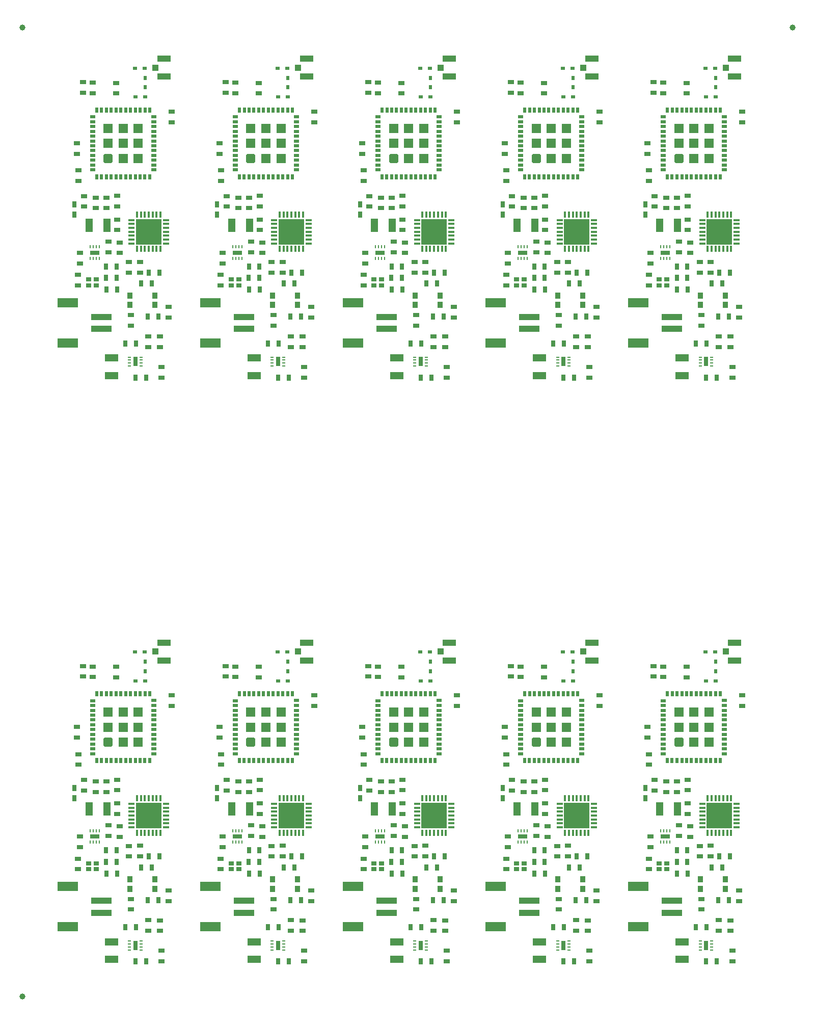
<source format=gtp>
G04*
G04 #@! TF.GenerationSoftware,Altium Limited,Altium Designer,18.1.9 (240)*
G04*
G04 Layer_Color=8421504*
%FSAX25Y25*%
%MOIN*%
G70*
G01*
G75*
%ADD10C,0.03937*%
%ADD13R,0.03937X0.03150*%
%ADD14R,0.03150X0.03937*%
%ADD15R,0.13386X0.05906*%
%ADD16R,0.13386X0.03937*%
%ADD17R,0.01968X0.00984*%
%ADD18R,0.02717X0.06496*%
%ADD19R,0.03543X0.03937*%
%ADD20R,0.08661X0.05118*%
%ADD21R,0.08661X0.04134*%
%ADD22R,0.03937X0.03937*%
%ADD23R,0.03150X0.02362*%
%ADD24R,0.02362X0.03150*%
%ADD25R,0.05118X0.08661*%
%ADD26R,0.06496X0.02717*%
%ADD27R,0.00984X0.01968*%
%ADD28R,0.03937X0.01457*%
%ADD29R,0.01457X0.03937*%
%ADD30R,0.16732X0.16732*%
%ADD31R,0.03445X0.03051*%
G04:AMPARAMS|DCode=34|XSize=59.06mil|YSize=59.06mil|CornerRadius=5.91mil|HoleSize=0mil|Usage=FLASHONLY|Rotation=90.000|XOffset=0mil|YOffset=0mil|HoleType=Round|Shape=RoundedRectangle|*
%AMROUNDEDRECTD34*
21,1,0.05906,0.04724,0,0,90.0*
21,1,0.04724,0.05906,0,0,90.0*
1,1,0.01181,0.02362,0.02362*
1,1,0.01181,0.02362,-0.02362*
1,1,0.01181,-0.02362,-0.02362*
1,1,0.01181,-0.02362,0.02362*
%
%ADD34ROUNDEDRECTD34*%
%ADD35R,0.05906X0.05906*%
%ADD36R,0.03150X0.03937*%
%ADD59R,0.03740X0.01929*%
%ADD60R,0.01968X0.03780*%
%ADD61R,0.01968X0.03780*%
%ADD62R,0.01929X0.03740*%
%ADD63R,0.01929X0.03740*%
%ADD64R,0.01968X0.03780*%
%ADD65R,0.01968X0.03780*%
D10*
X1273622Y0976378D02*
D03*
X0769685D02*
D03*
Y0342520D02*
D03*
D13*
X1179827Y0494182D02*
D03*
Y0501057D02*
D03*
X1234197Y0372440D02*
D03*
Y0365565D02*
D03*
X1178803Y0518818D02*
D03*
Y0511942D02*
D03*
X1240772Y0539526D02*
D03*
Y0532651D02*
D03*
X1238606Y0411810D02*
D03*
Y0404935D02*
D03*
X1232937Y0392361D02*
D03*
Y0385486D02*
D03*
X1225496Y0385600D02*
D03*
Y0392475D02*
D03*
X1205181Y0462017D02*
D03*
Y0468892D02*
D03*
X1214039Y0399458D02*
D03*
Y0406333D02*
D03*
X1188961Y0551505D02*
D03*
Y0558380D02*
D03*
X1182622Y0551860D02*
D03*
Y0558735D02*
D03*
X1206638Y0453936D02*
D03*
Y0447061D02*
D03*
X1183410Y0477332D02*
D03*
Y0484207D02*
D03*
X1204433Y0558245D02*
D03*
Y0551370D02*
D03*
X1205181Y0477550D02*
D03*
Y0484425D02*
D03*
X1191008Y0483245D02*
D03*
Y0476370D02*
D03*
X1198094Y0483245D02*
D03*
Y0476370D02*
D03*
X1220142Y0434243D02*
D03*
Y0441118D02*
D03*
X1212898Y0434204D02*
D03*
Y0441079D02*
D03*
X1179551Y0425857D02*
D03*
Y0432732D02*
D03*
X1180732Y0447181D02*
D03*
Y0440306D02*
D03*
X1199394Y0454465D02*
D03*
Y0447590D02*
D03*
X1179827Y0875957D02*
D03*
Y0882832D02*
D03*
X1234197Y0754214D02*
D03*
Y0747339D02*
D03*
X1178803Y0900592D02*
D03*
Y0893717D02*
D03*
X1240772Y0921301D02*
D03*
Y0914426D02*
D03*
X1238606Y0793584D02*
D03*
Y0786709D02*
D03*
X1232937Y0774135D02*
D03*
Y0767261D02*
D03*
X1225496Y0767374D02*
D03*
Y0774249D02*
D03*
X1205181Y0843792D02*
D03*
Y0850667D02*
D03*
X1214039Y0781233D02*
D03*
Y0788108D02*
D03*
X1188961Y0933280D02*
D03*
Y0940155D02*
D03*
X1182622Y0933634D02*
D03*
Y0940509D02*
D03*
X1206638Y0835710D02*
D03*
Y0828835D02*
D03*
X1183410Y0859107D02*
D03*
Y0865982D02*
D03*
X1204433Y0940020D02*
D03*
Y0933145D02*
D03*
X1205181Y0859325D02*
D03*
Y0866200D02*
D03*
X1191008Y0865020D02*
D03*
Y0858145D02*
D03*
X1198094Y0865020D02*
D03*
Y0858145D02*
D03*
X1220142Y0816018D02*
D03*
Y0822893D02*
D03*
X1212898Y0815978D02*
D03*
Y0822853D02*
D03*
X1179551Y0807632D02*
D03*
Y0814507D02*
D03*
X1180732Y0828956D02*
D03*
Y0822081D02*
D03*
X1199394Y0836239D02*
D03*
Y0829364D02*
D03*
X1086477Y0494182D02*
D03*
Y0501057D02*
D03*
X1140847Y0372440D02*
D03*
Y0365565D02*
D03*
X1085454Y0518818D02*
D03*
Y0511942D02*
D03*
X1147422Y0539526D02*
D03*
Y0532651D02*
D03*
X1145257Y0411810D02*
D03*
Y0404935D02*
D03*
X1139588Y0392361D02*
D03*
Y0385486D02*
D03*
X1132147Y0385600D02*
D03*
Y0392475D02*
D03*
X1111832Y0462017D02*
D03*
Y0468892D02*
D03*
X1120690Y0399458D02*
D03*
Y0406333D02*
D03*
X1095611Y0551505D02*
D03*
Y0558380D02*
D03*
X1089273Y0551860D02*
D03*
Y0558735D02*
D03*
X1113288Y0453936D02*
D03*
Y0447061D02*
D03*
X1090060Y0477332D02*
D03*
Y0484207D02*
D03*
X1111084Y0558245D02*
D03*
Y0551370D02*
D03*
X1111832Y0477550D02*
D03*
Y0484425D02*
D03*
X1097659Y0483245D02*
D03*
Y0476370D02*
D03*
X1104745Y0483245D02*
D03*
Y0476370D02*
D03*
X1126792Y0434243D02*
D03*
Y0441118D02*
D03*
X1119548Y0434204D02*
D03*
Y0441079D02*
D03*
X1086202Y0425857D02*
D03*
Y0432732D02*
D03*
X1087383Y0447181D02*
D03*
Y0440306D02*
D03*
X1106044Y0454465D02*
D03*
Y0447590D02*
D03*
X1086477Y0875957D02*
D03*
Y0882832D02*
D03*
X1140847Y0754214D02*
D03*
Y0747339D02*
D03*
X1085454Y0900592D02*
D03*
Y0893717D02*
D03*
X1147422Y0921301D02*
D03*
Y0914426D02*
D03*
X1145257Y0793584D02*
D03*
Y0786709D02*
D03*
X1139588Y0774135D02*
D03*
Y0767261D02*
D03*
X1132147Y0767374D02*
D03*
Y0774249D02*
D03*
X1111832Y0843792D02*
D03*
Y0850667D02*
D03*
X1120690Y0781233D02*
D03*
Y0788108D02*
D03*
X1095611Y0933280D02*
D03*
Y0940155D02*
D03*
X1089273Y0933634D02*
D03*
Y0940509D02*
D03*
X1113288Y0835710D02*
D03*
Y0828835D02*
D03*
X1090060Y0859107D02*
D03*
Y0865982D02*
D03*
X1111084Y0940020D02*
D03*
Y0933145D02*
D03*
X1111832Y0859325D02*
D03*
Y0866200D02*
D03*
X1097659Y0865020D02*
D03*
Y0858145D02*
D03*
X1104745Y0865020D02*
D03*
Y0858145D02*
D03*
X1126792Y0816018D02*
D03*
Y0822893D02*
D03*
X1119548Y0815978D02*
D03*
Y0822853D02*
D03*
X1086202Y0807632D02*
D03*
Y0814507D02*
D03*
X1087383Y0828956D02*
D03*
Y0822081D02*
D03*
X1106044Y0836239D02*
D03*
Y0829364D02*
D03*
X0993128Y0494182D02*
D03*
Y0501057D02*
D03*
X1047498Y0372440D02*
D03*
Y0365565D02*
D03*
X0992104Y0518818D02*
D03*
Y0511942D02*
D03*
X1054073Y0539526D02*
D03*
Y0532651D02*
D03*
X1051907Y0411810D02*
D03*
Y0404935D02*
D03*
X1046238Y0392361D02*
D03*
Y0385486D02*
D03*
X1038797Y0385600D02*
D03*
Y0392475D02*
D03*
X1018482Y0462017D02*
D03*
Y0468892D02*
D03*
X1027341Y0399458D02*
D03*
Y0406333D02*
D03*
X1002262Y0551505D02*
D03*
Y0558380D02*
D03*
X0995923Y0551860D02*
D03*
Y0558735D02*
D03*
X1019939Y0453936D02*
D03*
Y0447061D02*
D03*
X0996711Y0477332D02*
D03*
Y0484207D02*
D03*
X1017734Y0558245D02*
D03*
Y0551370D02*
D03*
X1018482Y0477550D02*
D03*
Y0484425D02*
D03*
X1004309Y0483245D02*
D03*
Y0476370D02*
D03*
X1011396Y0483245D02*
D03*
Y0476370D02*
D03*
X1033443Y0434243D02*
D03*
Y0441118D02*
D03*
X1026199Y0434204D02*
D03*
Y0441079D02*
D03*
X0992852Y0425857D02*
D03*
Y0432732D02*
D03*
X0994033Y0447181D02*
D03*
Y0440306D02*
D03*
X1012695Y0454465D02*
D03*
Y0447590D02*
D03*
X0993128Y0875957D02*
D03*
Y0882832D02*
D03*
X1047498Y0754214D02*
D03*
Y0747339D02*
D03*
X0992104Y0900592D02*
D03*
Y0893717D02*
D03*
X1054073Y0921301D02*
D03*
Y0914426D02*
D03*
X1051907Y0793584D02*
D03*
Y0786709D02*
D03*
X1046238Y0774135D02*
D03*
Y0767261D02*
D03*
X1038797Y0767374D02*
D03*
Y0774249D02*
D03*
X1018482Y0843792D02*
D03*
Y0850667D02*
D03*
X1027341Y0781233D02*
D03*
Y0788108D02*
D03*
X1002262Y0933280D02*
D03*
Y0940155D02*
D03*
X0995923Y0933634D02*
D03*
Y0940509D02*
D03*
X1019939Y0835710D02*
D03*
Y0828835D02*
D03*
X0996711Y0859107D02*
D03*
Y0865982D02*
D03*
X1017734Y0940020D02*
D03*
Y0933145D02*
D03*
X1018482Y0859325D02*
D03*
Y0866200D02*
D03*
X1004309Y0865020D02*
D03*
Y0858145D02*
D03*
X1011396Y0865020D02*
D03*
Y0858145D02*
D03*
X1033443Y0816018D02*
D03*
Y0822893D02*
D03*
X1026199Y0815978D02*
D03*
Y0822853D02*
D03*
X0992852Y0807632D02*
D03*
Y0814507D02*
D03*
X0994033Y0828956D02*
D03*
Y0822081D02*
D03*
X1012695Y0836239D02*
D03*
Y0829364D02*
D03*
X0899778Y0494182D02*
D03*
Y0501057D02*
D03*
X0954148Y0372440D02*
D03*
Y0365565D02*
D03*
X0898755Y0518818D02*
D03*
Y0511942D02*
D03*
X0960723Y0539526D02*
D03*
Y0532651D02*
D03*
X0958558Y0411810D02*
D03*
Y0404935D02*
D03*
X0952889Y0392361D02*
D03*
Y0385486D02*
D03*
X0945448Y0385600D02*
D03*
Y0392475D02*
D03*
X0925133Y0462017D02*
D03*
Y0468892D02*
D03*
X0933991Y0399458D02*
D03*
Y0406333D02*
D03*
X0908912Y0551505D02*
D03*
Y0558380D02*
D03*
X0902574Y0551860D02*
D03*
Y0558735D02*
D03*
X0926589Y0453936D02*
D03*
Y0447061D02*
D03*
X0903361Y0477332D02*
D03*
Y0484207D02*
D03*
X0924385Y0558245D02*
D03*
Y0551370D02*
D03*
X0925133Y0477550D02*
D03*
Y0484425D02*
D03*
X0910960Y0483245D02*
D03*
Y0476370D02*
D03*
X0918046Y0483245D02*
D03*
Y0476370D02*
D03*
X0940093Y0434243D02*
D03*
Y0441118D02*
D03*
X0932849Y0434204D02*
D03*
Y0441079D02*
D03*
X0899503Y0425857D02*
D03*
Y0432732D02*
D03*
X0900684Y0447181D02*
D03*
Y0440306D02*
D03*
X0919345Y0454465D02*
D03*
Y0447590D02*
D03*
X0899778Y0875957D02*
D03*
Y0882832D02*
D03*
X0954148Y0754214D02*
D03*
Y0747339D02*
D03*
X0898755Y0900592D02*
D03*
Y0893717D02*
D03*
X0960723Y0921301D02*
D03*
Y0914426D02*
D03*
X0958558Y0793584D02*
D03*
Y0786709D02*
D03*
X0952889Y0774135D02*
D03*
Y0767261D02*
D03*
X0945448Y0767374D02*
D03*
Y0774249D02*
D03*
X0925133Y0843792D02*
D03*
Y0850667D02*
D03*
X0933991Y0781233D02*
D03*
Y0788108D02*
D03*
X0908912Y0933280D02*
D03*
Y0940155D02*
D03*
X0902574Y0933634D02*
D03*
Y0940509D02*
D03*
X0926589Y0835710D02*
D03*
Y0828835D02*
D03*
X0903361Y0859107D02*
D03*
Y0865982D02*
D03*
X0924385Y0940020D02*
D03*
Y0933145D02*
D03*
X0925133Y0859325D02*
D03*
Y0866200D02*
D03*
X0910960Y0865020D02*
D03*
Y0858145D02*
D03*
X0918046Y0865020D02*
D03*
Y0858145D02*
D03*
X0940093Y0816018D02*
D03*
Y0822893D02*
D03*
X0932849Y0815978D02*
D03*
Y0822853D02*
D03*
X0899503Y0807632D02*
D03*
Y0814507D02*
D03*
X0900684Y0828956D02*
D03*
Y0822081D02*
D03*
X0919345Y0836239D02*
D03*
Y0829364D02*
D03*
X0806429Y0494182D02*
D03*
Y0501057D02*
D03*
X0860799Y0372440D02*
D03*
Y0365565D02*
D03*
X0805405Y0518818D02*
D03*
Y0511942D02*
D03*
X0867374Y0539526D02*
D03*
Y0532651D02*
D03*
X0865209Y0411810D02*
D03*
Y0404935D02*
D03*
X0859539Y0392361D02*
D03*
Y0385486D02*
D03*
X0852098Y0385600D02*
D03*
Y0392475D02*
D03*
X0831783Y0462017D02*
D03*
Y0468892D02*
D03*
X0840642Y0399458D02*
D03*
Y0406333D02*
D03*
X0815563Y0551505D02*
D03*
Y0558380D02*
D03*
X0809224Y0551860D02*
D03*
Y0558735D02*
D03*
X0833240Y0453936D02*
D03*
Y0447061D02*
D03*
X0810012Y0477332D02*
D03*
Y0484207D02*
D03*
X0831035Y0558245D02*
D03*
Y0551370D02*
D03*
X0831783Y0477550D02*
D03*
Y0484425D02*
D03*
X0817610Y0483245D02*
D03*
Y0476370D02*
D03*
X0824697Y0483245D02*
D03*
Y0476370D02*
D03*
X0846744Y0434243D02*
D03*
Y0441118D02*
D03*
X0839500Y0434204D02*
D03*
Y0441079D02*
D03*
X0806153Y0425857D02*
D03*
Y0432732D02*
D03*
X0807335Y0447181D02*
D03*
Y0440306D02*
D03*
X0825996Y0454465D02*
D03*
Y0447590D02*
D03*
X0806429Y0875957D02*
D03*
Y0882832D02*
D03*
X0860799Y0754214D02*
D03*
Y0747339D02*
D03*
X0805405Y0900592D02*
D03*
Y0893717D02*
D03*
X0867374Y0921301D02*
D03*
Y0914426D02*
D03*
X0865209Y0793584D02*
D03*
Y0786709D02*
D03*
X0859539Y0774135D02*
D03*
Y0767261D02*
D03*
X0852098Y0767374D02*
D03*
Y0774249D02*
D03*
X0831783Y0843792D02*
D03*
Y0850667D02*
D03*
X0840642Y0781233D02*
D03*
Y0788108D02*
D03*
X0815563Y0933280D02*
D03*
Y0940155D02*
D03*
X0809224Y0933634D02*
D03*
Y0940509D02*
D03*
X0833240Y0835710D02*
D03*
Y0828835D02*
D03*
X0810012Y0859107D02*
D03*
Y0865982D02*
D03*
X0831035Y0940020D02*
D03*
Y0933145D02*
D03*
X0831783Y0859325D02*
D03*
Y0866200D02*
D03*
X0817610Y0865020D02*
D03*
Y0858145D02*
D03*
X0824697Y0865020D02*
D03*
Y0858145D02*
D03*
X0846744Y0816018D02*
D03*
Y0822893D02*
D03*
X0839500Y0815978D02*
D03*
Y0822853D02*
D03*
X0806153Y0807632D02*
D03*
Y0814507D02*
D03*
X0807335Y0828956D02*
D03*
Y0822081D02*
D03*
X0825996Y0836239D02*
D03*
Y0829364D02*
D03*
D14*
X1197903Y0438193D02*
D03*
X1204778D02*
D03*
X1204743Y0430752D02*
D03*
X1197868D02*
D03*
X1204997Y0422996D02*
D03*
X1198122D02*
D03*
X1227714Y0427012D02*
D03*
X1220839D02*
D03*
X1232044Y0405634D02*
D03*
X1225169D02*
D03*
X1232635Y0434138D02*
D03*
X1225760D02*
D03*
X1210483Y0387799D02*
D03*
X1217358D02*
D03*
X1223934Y0365634D02*
D03*
X1217059D02*
D03*
X1197903Y0819968D02*
D03*
X1204778D02*
D03*
X1204743Y0812527D02*
D03*
X1197868D02*
D03*
X1204997Y0804771D02*
D03*
X1198122D02*
D03*
X1227714Y0808786D02*
D03*
X1220839D02*
D03*
X1232044Y0787408D02*
D03*
X1225169D02*
D03*
X1232635Y0815912D02*
D03*
X1225760D02*
D03*
X1210483Y0769574D02*
D03*
X1217358D02*
D03*
X1223934Y0747408D02*
D03*
X1217059D02*
D03*
X1104554Y0438193D02*
D03*
X1111429D02*
D03*
X1111393Y0430752D02*
D03*
X1104518D02*
D03*
X1111648Y0422996D02*
D03*
X1104773D02*
D03*
X1134364Y0427012D02*
D03*
X1127489D02*
D03*
X1138695Y0405634D02*
D03*
X1131820D02*
D03*
X1139285Y0434138D02*
D03*
X1132410D02*
D03*
X1117134Y0387799D02*
D03*
X1124009D02*
D03*
X1130585Y0365634D02*
D03*
X1123710D02*
D03*
X1104554Y0819968D02*
D03*
X1111429D02*
D03*
X1111393Y0812527D02*
D03*
X1104518D02*
D03*
X1111648Y0804771D02*
D03*
X1104773D02*
D03*
X1134364Y0808786D02*
D03*
X1127489D02*
D03*
X1138695Y0787408D02*
D03*
X1131820D02*
D03*
X1139285Y0815912D02*
D03*
X1132410D02*
D03*
X1117134Y0769574D02*
D03*
X1124009D02*
D03*
X1130585Y0747408D02*
D03*
X1123710D02*
D03*
X1011204Y0438193D02*
D03*
X1018079D02*
D03*
X1018044Y0430752D02*
D03*
X1011169D02*
D03*
X1018298Y0422996D02*
D03*
X1011423D02*
D03*
X1041015Y0427012D02*
D03*
X1034140D02*
D03*
X1045345Y0405634D02*
D03*
X1038470D02*
D03*
X1045936Y0434138D02*
D03*
X1039061D02*
D03*
X1023784Y0387799D02*
D03*
X1030659D02*
D03*
X1037235Y0365634D02*
D03*
X1030360D02*
D03*
X1011204Y0819968D02*
D03*
X1018079D02*
D03*
X1018044Y0812527D02*
D03*
X1011169D02*
D03*
X1018298Y0804771D02*
D03*
X1011423D02*
D03*
X1041015Y0808786D02*
D03*
X1034140D02*
D03*
X1045345Y0787408D02*
D03*
X1038470D02*
D03*
X1045936Y0815912D02*
D03*
X1039061D02*
D03*
X1023784Y0769574D02*
D03*
X1030659D02*
D03*
X1037235Y0747408D02*
D03*
X1030360D02*
D03*
X0917855Y0438193D02*
D03*
X0924730D02*
D03*
X0924694Y0430752D02*
D03*
X0917819D02*
D03*
X0924949Y0422996D02*
D03*
X0918074D02*
D03*
X0947665Y0427012D02*
D03*
X0940790D02*
D03*
X0951996Y0405634D02*
D03*
X0945121D02*
D03*
X0952586Y0434138D02*
D03*
X0945712D02*
D03*
X0930435Y0387799D02*
D03*
X0937310D02*
D03*
X0943886Y0365634D02*
D03*
X0937011D02*
D03*
X0917855Y0819968D02*
D03*
X0924730D02*
D03*
X0924694Y0812527D02*
D03*
X0917819D02*
D03*
X0924949Y0804771D02*
D03*
X0918074D02*
D03*
X0947665Y0808786D02*
D03*
X0940790D02*
D03*
X0951996Y0787408D02*
D03*
X0945121D02*
D03*
X0952586Y0815912D02*
D03*
X0945712D02*
D03*
X0930435Y0769574D02*
D03*
X0937310D02*
D03*
X0943886Y0747408D02*
D03*
X0937011D02*
D03*
X0824505Y0438193D02*
D03*
X0831380D02*
D03*
X0831345Y0430752D02*
D03*
X0824470D02*
D03*
X0831599Y0422996D02*
D03*
X0824724D02*
D03*
X0854316Y0427012D02*
D03*
X0847441D02*
D03*
X0858646Y0405634D02*
D03*
X0851772D02*
D03*
X0859237Y0434138D02*
D03*
X0852362D02*
D03*
X0837086Y0387799D02*
D03*
X0843960D02*
D03*
X0850536Y0365634D02*
D03*
X0843661D02*
D03*
X0824505Y0819968D02*
D03*
X0831380D02*
D03*
X0831345Y0812527D02*
D03*
X0824470D02*
D03*
X0831599Y0804771D02*
D03*
X0824724D02*
D03*
X0854316Y0808786D02*
D03*
X0847441D02*
D03*
X0858646Y0787408D02*
D03*
X0851772D02*
D03*
X0859237Y0815912D02*
D03*
X0852362D02*
D03*
X0837086Y0769574D02*
D03*
X0843960D02*
D03*
X0850536Y0747408D02*
D03*
X0843661D02*
D03*
D15*
X1172779Y0414492D02*
D03*
X1172735Y0388229D02*
D03*
X1172779Y0796267D02*
D03*
X1172735Y0770004D02*
D03*
X1079430Y0414492D02*
D03*
X1079385Y0388229D02*
D03*
X1079430Y0796267D02*
D03*
X1079385Y0770004D02*
D03*
X0986081Y0414492D02*
D03*
X0986036Y0388229D02*
D03*
X0986081Y0796267D02*
D03*
X0986036Y0770004D02*
D03*
X0892731Y0414492D02*
D03*
X0892686Y0388229D02*
D03*
X0892731Y0796267D02*
D03*
X0892686Y0770004D02*
D03*
X0799382Y0414492D02*
D03*
X0799337Y0388229D02*
D03*
X0799382Y0796267D02*
D03*
X0799337Y0770004D02*
D03*
D16*
X1194831Y0397336D02*
D03*
X1194821Y0405249D02*
D03*
X1194831Y0779110D02*
D03*
X1194821Y0787023D02*
D03*
X1101481Y0397336D02*
D03*
X1101472Y0405249D02*
D03*
X1101481Y0779110D02*
D03*
X1101472Y0787023D02*
D03*
X1008132Y0397336D02*
D03*
X1008123Y0405249D02*
D03*
X1008132Y0779110D02*
D03*
X1008123Y0787023D02*
D03*
X0914782Y0397336D02*
D03*
X0914773Y0405249D02*
D03*
X0914782Y0779110D02*
D03*
X0914773Y0787023D02*
D03*
X0821433Y0397336D02*
D03*
X0821424Y0405249D02*
D03*
X0821433Y0779110D02*
D03*
X0821424Y0787023D02*
D03*
D17*
X1220693Y0373075D02*
D03*
Y0375043D02*
D03*
Y0377012D02*
D03*
Y0378980D02*
D03*
X1213213Y0373075D02*
D03*
Y0375043D02*
D03*
Y0377012D02*
D03*
Y0378980D02*
D03*
X1220693Y0754849D02*
D03*
Y0756818D02*
D03*
Y0758786D02*
D03*
Y0760755D02*
D03*
X1213213Y0754849D02*
D03*
Y0756818D02*
D03*
Y0758786D02*
D03*
Y0760755D02*
D03*
X1127343Y0373075D02*
D03*
Y0375043D02*
D03*
Y0377012D02*
D03*
Y0378980D02*
D03*
X1119863Y0373075D02*
D03*
Y0375043D02*
D03*
Y0377012D02*
D03*
Y0378980D02*
D03*
X1127343Y0754849D02*
D03*
Y0756818D02*
D03*
Y0758786D02*
D03*
Y0760755D02*
D03*
X1119863Y0754849D02*
D03*
Y0756818D02*
D03*
Y0758786D02*
D03*
Y0760755D02*
D03*
X1033994Y0373075D02*
D03*
Y0375043D02*
D03*
Y0377012D02*
D03*
Y0378980D02*
D03*
X1026514Y0373075D02*
D03*
Y0375043D02*
D03*
Y0377012D02*
D03*
Y0378980D02*
D03*
X1033994Y0754849D02*
D03*
Y0756818D02*
D03*
Y0758786D02*
D03*
Y0760755D02*
D03*
X1026514Y0754849D02*
D03*
Y0756818D02*
D03*
Y0758786D02*
D03*
Y0760755D02*
D03*
X0940645Y0373075D02*
D03*
Y0375043D02*
D03*
Y0377012D02*
D03*
Y0378980D02*
D03*
X0933164Y0373075D02*
D03*
Y0375043D02*
D03*
Y0377012D02*
D03*
Y0378980D02*
D03*
X0940645Y0754849D02*
D03*
Y0756818D02*
D03*
Y0758786D02*
D03*
Y0760755D02*
D03*
X0933164Y0754849D02*
D03*
Y0756818D02*
D03*
Y0758786D02*
D03*
Y0760755D02*
D03*
X0847295Y0373075D02*
D03*
Y0375043D02*
D03*
Y0377012D02*
D03*
Y0378980D02*
D03*
X0839815Y0373075D02*
D03*
Y0375043D02*
D03*
Y0377012D02*
D03*
Y0378980D02*
D03*
X0847295Y0754849D02*
D03*
Y0756818D02*
D03*
Y0758786D02*
D03*
Y0760755D02*
D03*
X0839815Y0754849D02*
D03*
Y0756818D02*
D03*
Y0758786D02*
D03*
Y0760755D02*
D03*
D18*
X1216953Y0376028D02*
D03*
Y0757802D02*
D03*
X1123603Y0376028D02*
D03*
Y0757802D02*
D03*
X1030254Y0376028D02*
D03*
Y0757802D02*
D03*
X0936904Y0376028D02*
D03*
Y0757802D02*
D03*
X0843555Y0376028D02*
D03*
Y0757802D02*
D03*
D19*
X1229638Y0412996D02*
D03*
X1213496D02*
D03*
Y0419295D02*
D03*
X1229638D02*
D03*
Y0794771D02*
D03*
X1213496D02*
D03*
Y0801070D02*
D03*
X1229638D02*
D03*
X1136288Y0412996D02*
D03*
X1120147D02*
D03*
Y0419295D02*
D03*
X1136288D02*
D03*
Y0794771D02*
D03*
X1120147D02*
D03*
Y0801070D02*
D03*
X1136288D02*
D03*
X1042939Y0412996D02*
D03*
X1026797D02*
D03*
Y0419295D02*
D03*
X1042939D02*
D03*
Y0794771D02*
D03*
X1026797D02*
D03*
Y0801070D02*
D03*
X1042939D02*
D03*
X0949590Y0412996D02*
D03*
X0933448D02*
D03*
Y0419295D02*
D03*
X0949590D02*
D03*
Y0794771D02*
D03*
X0933448D02*
D03*
Y0801070D02*
D03*
X0949590D02*
D03*
X0856240Y0412996D02*
D03*
X0840098D02*
D03*
Y0419295D02*
D03*
X0856240D02*
D03*
Y0794771D02*
D03*
X0840098D02*
D03*
Y0801070D02*
D03*
X0856240D02*
D03*
D20*
X1201402Y0366776D02*
D03*
Y0378429D02*
D03*
Y0748550D02*
D03*
Y0760204D02*
D03*
X1108052Y0366776D02*
D03*
Y0378429D02*
D03*
Y0748550D02*
D03*
Y0760204D02*
D03*
X1014703Y0366776D02*
D03*
Y0378429D02*
D03*
Y0748550D02*
D03*
Y0760204D02*
D03*
X0921353Y0366776D02*
D03*
Y0378429D02*
D03*
Y0748550D02*
D03*
Y0760204D02*
D03*
X0828004Y0366776D02*
D03*
Y0378429D02*
D03*
Y0748550D02*
D03*
Y0760204D02*
D03*
D21*
X1235839Y0574039D02*
D03*
Y0562425D02*
D03*
Y0955814D02*
D03*
Y0944200D02*
D03*
X1142489Y0574039D02*
D03*
Y0562425D02*
D03*
Y0955814D02*
D03*
Y0944200D02*
D03*
X1049140Y0574039D02*
D03*
Y0562425D02*
D03*
Y0955814D02*
D03*
Y0944200D02*
D03*
X0955790Y0574039D02*
D03*
Y0562425D02*
D03*
Y0955814D02*
D03*
Y0944200D02*
D03*
X0862441Y0574039D02*
D03*
Y0562425D02*
D03*
Y0955814D02*
D03*
Y0944200D02*
D03*
D22*
X1229933Y0568232D02*
D03*
Y0950007D02*
D03*
X1136584Y0568232D02*
D03*
Y0950007D02*
D03*
X1043234Y0568232D02*
D03*
Y0950007D02*
D03*
X0949885Y0568232D02*
D03*
Y0950007D02*
D03*
X0856535Y0568232D02*
D03*
Y0950007D02*
D03*
D23*
X1223094Y0567957D02*
D03*
X1216835D02*
D03*
X1223331Y0549098D02*
D03*
X1217071D02*
D03*
X1223094Y0949731D02*
D03*
X1216835D02*
D03*
X1223331Y0930873D02*
D03*
X1217071D02*
D03*
X1129745Y0567957D02*
D03*
X1123485D02*
D03*
X1129981Y0549098D02*
D03*
X1123721D02*
D03*
X1129745Y0949731D02*
D03*
X1123485D02*
D03*
X1129981Y0930873D02*
D03*
X1123721D02*
D03*
X1036396Y0567957D02*
D03*
X1030136D02*
D03*
X1036632Y0549098D02*
D03*
X1030372D02*
D03*
X1036396Y0949731D02*
D03*
X1030136D02*
D03*
X1036632Y0930873D02*
D03*
X1030372D02*
D03*
X0943046Y0567957D02*
D03*
X0936786D02*
D03*
X0943282Y0549098D02*
D03*
X0937022D02*
D03*
X0943046Y0949731D02*
D03*
X0936786D02*
D03*
X0943282Y0930873D02*
D03*
X0937022D02*
D03*
X0849697Y0567957D02*
D03*
X0843437D02*
D03*
X0849933Y0549098D02*
D03*
X0843673D02*
D03*
X0849697Y0949731D02*
D03*
X0843437D02*
D03*
X0849933Y0930873D02*
D03*
X0843673D02*
D03*
D24*
X1223409Y0561618D02*
D03*
Y0555358D02*
D03*
Y0943393D02*
D03*
Y0937133D02*
D03*
X1130060Y0561618D02*
D03*
Y0555358D02*
D03*
Y0943393D02*
D03*
Y0937133D02*
D03*
X1036711Y0561618D02*
D03*
Y0555358D02*
D03*
Y0943393D02*
D03*
Y0937133D02*
D03*
X0943361Y0561618D02*
D03*
Y0555358D02*
D03*
Y0943393D02*
D03*
Y0937133D02*
D03*
X0850012Y0561618D02*
D03*
Y0555358D02*
D03*
Y0943393D02*
D03*
Y0937133D02*
D03*
D25*
X1198331Y0465240D02*
D03*
X1186677D02*
D03*
X1198331Y0847015D02*
D03*
X1186677D02*
D03*
X1104981Y0465240D02*
D03*
X1093328D02*
D03*
X1104981Y0847015D02*
D03*
X1093328D02*
D03*
X1011632Y0465240D02*
D03*
X0999978D02*
D03*
X1011632Y0847015D02*
D03*
X0999978D02*
D03*
X0918282Y0465240D02*
D03*
X0906629D02*
D03*
X0918282Y0847015D02*
D03*
X0906629D02*
D03*
X0824933Y0465240D02*
D03*
X0813279D02*
D03*
X0824933Y0847015D02*
D03*
X0813279D02*
D03*
D26*
X1190378Y0447327D02*
D03*
Y0829101D02*
D03*
X1097029Y0447327D02*
D03*
Y0829101D02*
D03*
X1003679Y0447327D02*
D03*
Y0829101D02*
D03*
X0910330Y0447327D02*
D03*
Y0829101D02*
D03*
X0816980Y0447327D02*
D03*
Y0829101D02*
D03*
D27*
X1193331Y0451067D02*
D03*
X1191362D02*
D03*
X1189394D02*
D03*
X1187425D02*
D03*
X1193331Y0443587D02*
D03*
X1191362D02*
D03*
X1189394D02*
D03*
X1187425D02*
D03*
X1193331Y0832842D02*
D03*
X1191362D02*
D03*
X1189394D02*
D03*
X1187425D02*
D03*
X1193331Y0825361D02*
D03*
X1191362D02*
D03*
X1189394D02*
D03*
X1187425D02*
D03*
X1099981Y0451067D02*
D03*
X1098013D02*
D03*
X1096044D02*
D03*
X1094076D02*
D03*
X1099981Y0443587D02*
D03*
X1098013D02*
D03*
X1096044D02*
D03*
X1094076D02*
D03*
X1099981Y0832842D02*
D03*
X1098013D02*
D03*
X1096044D02*
D03*
X1094076D02*
D03*
X1099981Y0825361D02*
D03*
X1098013D02*
D03*
X1096044D02*
D03*
X1094076D02*
D03*
X1006632Y0451067D02*
D03*
X1004663D02*
D03*
X1002695D02*
D03*
X1000726D02*
D03*
X1006632Y0443587D02*
D03*
X1004663D02*
D03*
X1002695D02*
D03*
X1000726D02*
D03*
X1006632Y0832842D02*
D03*
X1004663D02*
D03*
X1002695D02*
D03*
X1000726D02*
D03*
X1006632Y0825361D02*
D03*
X1004663D02*
D03*
X1002695D02*
D03*
X1000726D02*
D03*
X0913282Y0451067D02*
D03*
X0911314D02*
D03*
X0909345D02*
D03*
X0907377D02*
D03*
X0913282Y0443587D02*
D03*
X0911314D02*
D03*
X0909345D02*
D03*
X0907377D02*
D03*
X0913282Y0832842D02*
D03*
X0911314D02*
D03*
X0909345D02*
D03*
X0907377D02*
D03*
X0913282Y0825361D02*
D03*
X0911314D02*
D03*
X0909345D02*
D03*
X0907377D02*
D03*
X0819933Y0451067D02*
D03*
X0817964D02*
D03*
X0815996D02*
D03*
X0814027D02*
D03*
X0819933Y0443587D02*
D03*
X0817964D02*
D03*
X0815996D02*
D03*
X0814027D02*
D03*
X0819933Y0832842D02*
D03*
X0817964D02*
D03*
X0815996D02*
D03*
X0814027D02*
D03*
X0819933Y0825361D02*
D03*
X0817964D02*
D03*
X0815996D02*
D03*
X0814027D02*
D03*
D28*
X1214551Y0468587D02*
D03*
Y0466028D02*
D03*
Y0463469D02*
D03*
Y0460910D02*
D03*
Y0458350D02*
D03*
Y0455791D02*
D03*
Y0453232D02*
D03*
X1236992D02*
D03*
Y0455791D02*
D03*
Y0458350D02*
D03*
Y0460910D02*
D03*
Y0463469D02*
D03*
Y0466028D02*
D03*
Y0468587D02*
D03*
X1214551Y0850361D02*
D03*
Y0847802D02*
D03*
Y0845243D02*
D03*
Y0842684D02*
D03*
Y0840125D02*
D03*
Y0837566D02*
D03*
Y0835007D02*
D03*
X1236992D02*
D03*
Y0837566D02*
D03*
Y0840125D02*
D03*
Y0842684D02*
D03*
Y0845243D02*
D03*
Y0847802D02*
D03*
Y0850361D02*
D03*
X1121202Y0468587D02*
D03*
Y0466028D02*
D03*
Y0463469D02*
D03*
Y0460910D02*
D03*
Y0458350D02*
D03*
Y0455791D02*
D03*
Y0453232D02*
D03*
X1143643D02*
D03*
Y0455791D02*
D03*
Y0458350D02*
D03*
Y0460910D02*
D03*
Y0463469D02*
D03*
Y0466028D02*
D03*
Y0468587D02*
D03*
X1121202Y0850361D02*
D03*
Y0847802D02*
D03*
Y0845243D02*
D03*
Y0842684D02*
D03*
Y0840125D02*
D03*
Y0837566D02*
D03*
Y0835007D02*
D03*
X1143643D02*
D03*
Y0837566D02*
D03*
Y0840125D02*
D03*
Y0842684D02*
D03*
Y0845243D02*
D03*
Y0847802D02*
D03*
Y0850361D02*
D03*
X1027852Y0468587D02*
D03*
Y0466028D02*
D03*
Y0463469D02*
D03*
Y0460910D02*
D03*
Y0458350D02*
D03*
Y0455791D02*
D03*
Y0453232D02*
D03*
X1050293D02*
D03*
Y0455791D02*
D03*
Y0458350D02*
D03*
Y0460910D02*
D03*
Y0463469D02*
D03*
Y0466028D02*
D03*
Y0468587D02*
D03*
X1027852Y0850361D02*
D03*
Y0847802D02*
D03*
Y0845243D02*
D03*
Y0842684D02*
D03*
Y0840125D02*
D03*
Y0837566D02*
D03*
Y0835007D02*
D03*
X1050293D02*
D03*
Y0837566D02*
D03*
Y0840125D02*
D03*
Y0842684D02*
D03*
Y0845243D02*
D03*
Y0847802D02*
D03*
Y0850361D02*
D03*
X0934503Y0468587D02*
D03*
Y0466028D02*
D03*
Y0463469D02*
D03*
Y0460910D02*
D03*
Y0458350D02*
D03*
Y0455791D02*
D03*
Y0453232D02*
D03*
X0956944D02*
D03*
Y0455791D02*
D03*
Y0458350D02*
D03*
Y0460910D02*
D03*
Y0463469D02*
D03*
Y0466028D02*
D03*
Y0468587D02*
D03*
X0934503Y0850361D02*
D03*
Y0847802D02*
D03*
Y0845243D02*
D03*
Y0842684D02*
D03*
Y0840125D02*
D03*
Y0837566D02*
D03*
Y0835007D02*
D03*
X0956944D02*
D03*
Y0837566D02*
D03*
Y0840125D02*
D03*
Y0842684D02*
D03*
Y0845243D02*
D03*
Y0847802D02*
D03*
Y0850361D02*
D03*
X0841153Y0468587D02*
D03*
Y0466028D02*
D03*
Y0463469D02*
D03*
Y0460910D02*
D03*
Y0458350D02*
D03*
Y0455791D02*
D03*
Y0453232D02*
D03*
X0863594D02*
D03*
Y0455791D02*
D03*
Y0458350D02*
D03*
Y0460910D02*
D03*
Y0463469D02*
D03*
Y0466028D02*
D03*
Y0468587D02*
D03*
X0841153Y0850361D02*
D03*
Y0847802D02*
D03*
Y0845243D02*
D03*
Y0842684D02*
D03*
Y0840125D02*
D03*
Y0837566D02*
D03*
Y0835007D02*
D03*
X0863594D02*
D03*
Y0837566D02*
D03*
Y0840125D02*
D03*
Y0842684D02*
D03*
Y0845243D02*
D03*
Y0847802D02*
D03*
Y0850361D02*
D03*
D29*
X1218095Y0449689D02*
D03*
X1220654D02*
D03*
X1223213D02*
D03*
X1225772D02*
D03*
X1228331D02*
D03*
X1230890D02*
D03*
X1233449D02*
D03*
Y0472130D02*
D03*
X1230890D02*
D03*
X1228331D02*
D03*
X1225772D02*
D03*
X1223213D02*
D03*
X1220654D02*
D03*
X1218095D02*
D03*
Y0831464D02*
D03*
X1220654D02*
D03*
X1223213D02*
D03*
X1225772D02*
D03*
X1228331D02*
D03*
X1230890D02*
D03*
X1233449D02*
D03*
Y0853905D02*
D03*
X1230890D02*
D03*
X1228331D02*
D03*
X1225772D02*
D03*
X1223213D02*
D03*
X1220654D02*
D03*
X1218095D02*
D03*
X1124745Y0449689D02*
D03*
X1127304D02*
D03*
X1129863D02*
D03*
X1132422D02*
D03*
X1134981D02*
D03*
X1137540D02*
D03*
X1140099D02*
D03*
Y0472130D02*
D03*
X1137540D02*
D03*
X1134981D02*
D03*
X1132422D02*
D03*
X1129863D02*
D03*
X1127304D02*
D03*
X1124745D02*
D03*
Y0831464D02*
D03*
X1127304D02*
D03*
X1129863D02*
D03*
X1132422D02*
D03*
X1134981D02*
D03*
X1137540D02*
D03*
X1140099D02*
D03*
Y0853905D02*
D03*
X1137540D02*
D03*
X1134981D02*
D03*
X1132422D02*
D03*
X1129863D02*
D03*
X1127304D02*
D03*
X1124745D02*
D03*
X1031396Y0449689D02*
D03*
X1033955D02*
D03*
X1036514D02*
D03*
X1039073D02*
D03*
X1041632D02*
D03*
X1044191D02*
D03*
X1046750D02*
D03*
Y0472130D02*
D03*
X1044191D02*
D03*
X1041632D02*
D03*
X1039073D02*
D03*
X1036514D02*
D03*
X1033955D02*
D03*
X1031396D02*
D03*
Y0831464D02*
D03*
X1033955D02*
D03*
X1036514D02*
D03*
X1039073D02*
D03*
X1041632D02*
D03*
X1044191D02*
D03*
X1046750D02*
D03*
Y0853905D02*
D03*
X1044191D02*
D03*
X1041632D02*
D03*
X1039073D02*
D03*
X1036514D02*
D03*
X1033955D02*
D03*
X1031396D02*
D03*
X0938046Y0449689D02*
D03*
X0940605D02*
D03*
X0943164D02*
D03*
X0945723D02*
D03*
X0948282D02*
D03*
X0950841D02*
D03*
X0953401D02*
D03*
Y0472130D02*
D03*
X0950841D02*
D03*
X0948282D02*
D03*
X0945723D02*
D03*
X0943164D02*
D03*
X0940605D02*
D03*
X0938046D02*
D03*
Y0831464D02*
D03*
X0940605D02*
D03*
X0943164D02*
D03*
X0945723D02*
D03*
X0948282D02*
D03*
X0950841D02*
D03*
X0953401D02*
D03*
Y0853905D02*
D03*
X0950841D02*
D03*
X0948282D02*
D03*
X0945723D02*
D03*
X0943164D02*
D03*
X0940605D02*
D03*
X0938046D02*
D03*
X0844697Y0449689D02*
D03*
X0847256D02*
D03*
X0849815D02*
D03*
X0852374D02*
D03*
X0854933D02*
D03*
X0857492D02*
D03*
X0860051D02*
D03*
Y0472130D02*
D03*
X0857492D02*
D03*
X0854933D02*
D03*
X0852374D02*
D03*
X0849815D02*
D03*
X0847256D02*
D03*
X0844697D02*
D03*
Y0831464D02*
D03*
X0847256D02*
D03*
X0849815D02*
D03*
X0852374D02*
D03*
X0854933D02*
D03*
X0857492D02*
D03*
X0860051D02*
D03*
Y0853905D02*
D03*
X0857492D02*
D03*
X0854933D02*
D03*
X0852374D02*
D03*
X0849815D02*
D03*
X0847256D02*
D03*
X0844697D02*
D03*
D30*
X1225772Y0460910D02*
D03*
Y0842684D02*
D03*
X1132422Y0460910D02*
D03*
Y0842684D02*
D03*
X1039073Y0460910D02*
D03*
Y0842684D02*
D03*
X0945723Y0460910D02*
D03*
Y0842684D02*
D03*
X0852374Y0460910D02*
D03*
Y0842684D02*
D03*
D31*
X1186480Y0429748D02*
D03*
X1191500D02*
D03*
X1186480Y0425910D02*
D03*
X1191500D02*
D03*
X1186480Y0811523D02*
D03*
X1191500D02*
D03*
X1186480Y0807684D02*
D03*
X1191500D02*
D03*
X1093131Y0429748D02*
D03*
X1098151D02*
D03*
X1093131Y0425910D02*
D03*
X1098151D02*
D03*
X1093131Y0811523D02*
D03*
X1098151D02*
D03*
X1093131Y0807684D02*
D03*
X1098151D02*
D03*
X0999781Y0429748D02*
D03*
X1004801D02*
D03*
X0999781Y0425910D02*
D03*
X1004801D02*
D03*
X0999781Y0811523D02*
D03*
X1004801D02*
D03*
X0999781Y0807684D02*
D03*
X1004801D02*
D03*
X0906432Y0429748D02*
D03*
X0911452D02*
D03*
X0906432Y0425910D02*
D03*
X0911452D02*
D03*
X0906432Y0811523D02*
D03*
X0911452D02*
D03*
X0906432Y0807684D02*
D03*
X0911452D02*
D03*
X0813083Y0429748D02*
D03*
X0818102D02*
D03*
X0813083Y0425910D02*
D03*
X0818102D02*
D03*
X0813083Y0811523D02*
D03*
X0818102D02*
D03*
X0813083Y0807684D02*
D03*
X0818102D02*
D03*
D34*
X1199217Y0508909D02*
D03*
Y0890684D02*
D03*
X1105867Y0508909D02*
D03*
Y0890684D02*
D03*
X1012518Y0508909D02*
D03*
Y0890684D02*
D03*
X0919168Y0508909D02*
D03*
Y0890684D02*
D03*
X0825819Y0508909D02*
D03*
Y0890684D02*
D03*
D35*
X1199217Y0518752D02*
D03*
X1199217Y0528594D02*
D03*
X1209059Y0508910D02*
D03*
Y0518752D02*
D03*
Y0528594D02*
D03*
X1218902Y0508811D02*
D03*
Y0518752D02*
D03*
Y0528594D02*
D03*
X1199217Y0900527D02*
D03*
X1199217Y0910369D02*
D03*
X1209059Y0890684D02*
D03*
Y0900527D02*
D03*
Y0910369D02*
D03*
X1218902Y0890586D02*
D03*
Y0900527D02*
D03*
Y0910369D02*
D03*
X1105867Y0518752D02*
D03*
X1105867Y0528594D02*
D03*
X1115710Y0508910D02*
D03*
Y0518752D02*
D03*
Y0528594D02*
D03*
X1125552Y0508811D02*
D03*
Y0518752D02*
D03*
Y0528594D02*
D03*
X1105867Y0900527D02*
D03*
X1105867Y0910369D02*
D03*
X1115710Y0890684D02*
D03*
Y0900527D02*
D03*
Y0910369D02*
D03*
X1125552Y0890586D02*
D03*
Y0900527D02*
D03*
Y0910369D02*
D03*
X1012518Y0518752D02*
D03*
X1012518Y0528594D02*
D03*
X1022360Y0508910D02*
D03*
Y0518752D02*
D03*
Y0528594D02*
D03*
X1032203Y0508811D02*
D03*
Y0518752D02*
D03*
Y0528594D02*
D03*
X1012518Y0900527D02*
D03*
X1012518Y0910369D02*
D03*
X1022360Y0890684D02*
D03*
Y0900527D02*
D03*
Y0910369D02*
D03*
X1032203Y0890586D02*
D03*
Y0900527D02*
D03*
Y0910369D02*
D03*
X0919168Y0518752D02*
D03*
X0919168Y0528594D02*
D03*
X0929011Y0508910D02*
D03*
Y0518752D02*
D03*
Y0528594D02*
D03*
X0938853Y0508811D02*
D03*
Y0518752D02*
D03*
Y0528594D02*
D03*
X0919168Y0900527D02*
D03*
X0919168Y0910369D02*
D03*
X0929011Y0890684D02*
D03*
Y0900527D02*
D03*
Y0910369D02*
D03*
X0938853Y0890586D02*
D03*
Y0900527D02*
D03*
Y0910369D02*
D03*
X0825819Y0518752D02*
D03*
X0825819Y0528594D02*
D03*
X0835661Y0508910D02*
D03*
Y0518752D02*
D03*
Y0528594D02*
D03*
X0845504Y0508811D02*
D03*
Y0518752D02*
D03*
Y0528594D02*
D03*
X0825819Y0900527D02*
D03*
X0825819Y0910369D02*
D03*
X0835661Y0890684D02*
D03*
Y0900527D02*
D03*
Y0910369D02*
D03*
X0845504Y0890586D02*
D03*
Y0900527D02*
D03*
Y0910369D02*
D03*
D36*
X1177228Y0478941D02*
D03*
Y0472248D02*
D03*
Y0860716D02*
D03*
Y0854023D02*
D03*
X1083879Y0478941D02*
D03*
Y0472248D02*
D03*
Y0860716D02*
D03*
Y0854023D02*
D03*
X0990530Y0478941D02*
D03*
Y0472248D02*
D03*
Y0860716D02*
D03*
Y0854023D02*
D03*
X0897180Y0478941D02*
D03*
Y0472248D02*
D03*
Y0860716D02*
D03*
Y0854023D02*
D03*
X0803831Y0478941D02*
D03*
Y0472248D02*
D03*
Y0860716D02*
D03*
Y0854023D02*
D03*
D59*
X1189020Y0536087D02*
D03*
Y0532898D02*
D03*
Y0529748D02*
D03*
Y0526598D02*
D03*
Y0523449D02*
D03*
Y0520299D02*
D03*
Y0517150D02*
D03*
Y0514039D02*
D03*
Y0510890D02*
D03*
Y0507740D02*
D03*
Y0504591D02*
D03*
X1189059Y0501402D02*
D03*
X1229059Y0536244D02*
D03*
X1229059Y0532937D02*
D03*
Y0529748D02*
D03*
X1229059Y0526598D02*
D03*
Y0523449D02*
D03*
Y0520299D02*
D03*
X1229059Y0517150D02*
D03*
X1229059Y0514000D02*
D03*
X1229059Y0510890D02*
D03*
X1229059Y0507740D02*
D03*
Y0504551D02*
D03*
Y0501402D02*
D03*
X1189020Y0917861D02*
D03*
Y0914672D02*
D03*
Y0911523D02*
D03*
Y0908373D02*
D03*
Y0905223D02*
D03*
Y0902074D02*
D03*
Y0898924D02*
D03*
Y0895814D02*
D03*
Y0892664D02*
D03*
Y0889515D02*
D03*
Y0886365D02*
D03*
X1189059Y0883176D02*
D03*
X1229059Y0918019D02*
D03*
X1229059Y0914712D02*
D03*
Y0911523D02*
D03*
X1229059Y0908373D02*
D03*
Y0905223D02*
D03*
Y0902074D02*
D03*
X1229059Y0898924D02*
D03*
X1229059Y0895775D02*
D03*
X1229059Y0892664D02*
D03*
X1229059Y0889515D02*
D03*
Y0886326D02*
D03*
Y0883176D02*
D03*
X1095670Y0536087D02*
D03*
Y0532898D02*
D03*
Y0529748D02*
D03*
X1095670Y0526598D02*
D03*
X1095670Y0523449D02*
D03*
Y0520299D02*
D03*
X1095670Y0517150D02*
D03*
X1095670Y0514039D02*
D03*
X1095670Y0510890D02*
D03*
X1095670Y0507740D02*
D03*
Y0504591D02*
D03*
X1095710Y0501402D02*
D03*
X1135710Y0536244D02*
D03*
Y0532937D02*
D03*
Y0529748D02*
D03*
Y0526598D02*
D03*
Y0523449D02*
D03*
Y0520299D02*
D03*
Y0517150D02*
D03*
Y0514000D02*
D03*
Y0510890D02*
D03*
Y0507740D02*
D03*
Y0504551D02*
D03*
Y0501402D02*
D03*
X1095670Y0917861D02*
D03*
Y0914672D02*
D03*
Y0911523D02*
D03*
X1095670Y0908373D02*
D03*
X1095670Y0905223D02*
D03*
Y0902074D02*
D03*
X1095670Y0898924D02*
D03*
X1095670Y0895814D02*
D03*
X1095670Y0892664D02*
D03*
X1095670Y0889515D02*
D03*
Y0886365D02*
D03*
X1095710Y0883176D02*
D03*
X1135710Y0918019D02*
D03*
Y0914712D02*
D03*
Y0911523D02*
D03*
Y0908373D02*
D03*
Y0905223D02*
D03*
Y0902074D02*
D03*
Y0898924D02*
D03*
Y0895775D02*
D03*
Y0892664D02*
D03*
Y0889515D02*
D03*
Y0886326D02*
D03*
Y0883176D02*
D03*
X1002321Y0536087D02*
D03*
Y0532898D02*
D03*
Y0529748D02*
D03*
Y0526598D02*
D03*
Y0523449D02*
D03*
Y0520299D02*
D03*
Y0517150D02*
D03*
Y0514039D02*
D03*
Y0510890D02*
D03*
Y0507740D02*
D03*
Y0504591D02*
D03*
X1002360Y0501402D02*
D03*
X1042360Y0536244D02*
D03*
X1042360Y0532937D02*
D03*
Y0529748D02*
D03*
X1042360Y0526598D02*
D03*
Y0523449D02*
D03*
Y0520299D02*
D03*
X1042360Y0517150D02*
D03*
X1042360Y0514000D02*
D03*
X1042360Y0510890D02*
D03*
X1042360Y0507740D02*
D03*
Y0504551D02*
D03*
Y0501402D02*
D03*
X1002321Y0917861D02*
D03*
Y0914672D02*
D03*
Y0911523D02*
D03*
Y0908373D02*
D03*
Y0905223D02*
D03*
Y0902074D02*
D03*
Y0898924D02*
D03*
Y0895814D02*
D03*
Y0892664D02*
D03*
Y0889515D02*
D03*
Y0886365D02*
D03*
X1002360Y0883176D02*
D03*
X1042360Y0918019D02*
D03*
X1042360Y0914712D02*
D03*
Y0911523D02*
D03*
X1042360Y0908373D02*
D03*
Y0905223D02*
D03*
Y0902074D02*
D03*
X1042360Y0898924D02*
D03*
X1042360Y0895775D02*
D03*
X1042360Y0892664D02*
D03*
X1042360Y0889515D02*
D03*
Y0886326D02*
D03*
Y0883176D02*
D03*
X0908971Y0536087D02*
D03*
Y0532898D02*
D03*
Y0529748D02*
D03*
X0908971Y0526598D02*
D03*
X0908971Y0523449D02*
D03*
Y0520299D02*
D03*
X0908971Y0517150D02*
D03*
X0908971Y0514039D02*
D03*
X0908971Y0510890D02*
D03*
X0908971Y0507740D02*
D03*
Y0504591D02*
D03*
X0909011Y0501402D02*
D03*
X0949011Y0536244D02*
D03*
Y0532937D02*
D03*
Y0529748D02*
D03*
Y0526598D02*
D03*
Y0523449D02*
D03*
Y0520299D02*
D03*
Y0517150D02*
D03*
Y0514000D02*
D03*
Y0510890D02*
D03*
Y0507740D02*
D03*
Y0504551D02*
D03*
Y0501402D02*
D03*
X0908971Y0917861D02*
D03*
Y0914672D02*
D03*
Y0911523D02*
D03*
X0908971Y0908373D02*
D03*
X0908971Y0905223D02*
D03*
Y0902074D02*
D03*
X0908971Y0898924D02*
D03*
X0908971Y0895814D02*
D03*
X0908971Y0892664D02*
D03*
X0908971Y0889515D02*
D03*
Y0886365D02*
D03*
X0909011Y0883176D02*
D03*
X0949011Y0918019D02*
D03*
Y0914712D02*
D03*
Y0911523D02*
D03*
Y0908373D02*
D03*
Y0905223D02*
D03*
Y0902074D02*
D03*
Y0898924D02*
D03*
Y0895775D02*
D03*
Y0892664D02*
D03*
Y0889515D02*
D03*
Y0886326D02*
D03*
Y0883176D02*
D03*
X0815622Y0536087D02*
D03*
Y0532898D02*
D03*
Y0529748D02*
D03*
Y0526598D02*
D03*
Y0523449D02*
D03*
Y0520299D02*
D03*
Y0517150D02*
D03*
Y0514039D02*
D03*
Y0510890D02*
D03*
Y0507740D02*
D03*
Y0504591D02*
D03*
X0815661Y0501402D02*
D03*
X0855661Y0536244D02*
D03*
X0855661Y0532937D02*
D03*
Y0529748D02*
D03*
X0855661Y0526598D02*
D03*
Y0523449D02*
D03*
Y0520299D02*
D03*
X0855661Y0517150D02*
D03*
X0855661Y0514000D02*
D03*
X0855661Y0510890D02*
D03*
X0855661Y0507740D02*
D03*
Y0504551D02*
D03*
Y0501402D02*
D03*
X0815622Y0917861D02*
D03*
Y0914672D02*
D03*
Y0911523D02*
D03*
Y0908373D02*
D03*
Y0905223D02*
D03*
Y0902074D02*
D03*
Y0898924D02*
D03*
Y0895814D02*
D03*
Y0892664D02*
D03*
Y0889515D02*
D03*
Y0886365D02*
D03*
X0815661Y0883176D02*
D03*
X0855661Y0918019D02*
D03*
X0855661Y0914712D02*
D03*
Y0911523D02*
D03*
X0855661Y0908373D02*
D03*
Y0905223D02*
D03*
Y0902074D02*
D03*
X0855661Y0898924D02*
D03*
X0855661Y0895775D02*
D03*
X0855661Y0892664D02*
D03*
X0855661Y0889515D02*
D03*
Y0886326D02*
D03*
Y0883176D02*
D03*
D60*
X1226402Y0540516D02*
D03*
X1216953D02*
D03*
X1207504D02*
D03*
X1204354D02*
D03*
X1198055D02*
D03*
X1191717Y0878747D02*
D03*
X1129902Y0540516D02*
D03*
X1126753D02*
D03*
X1120454D02*
D03*
X1117304D02*
D03*
X1107855D02*
D03*
X1101556D02*
D03*
X1098407D02*
D03*
X1039703D02*
D03*
X1030254D02*
D03*
X1020805D02*
D03*
X1017655D02*
D03*
X1011356D02*
D03*
X1005018Y0878747D02*
D03*
X0943204Y0540516D02*
D03*
X0940054D02*
D03*
X0933755D02*
D03*
X0930605D02*
D03*
X0921156D02*
D03*
X0914857D02*
D03*
X0911708D02*
D03*
X0853004D02*
D03*
X0843555D02*
D03*
X0834106D02*
D03*
X0830957D02*
D03*
X0824657D02*
D03*
X0818319Y0878747D02*
D03*
D61*
X1223252Y0540516D02*
D03*
X1220102D02*
D03*
X1213803D02*
D03*
X1210654D02*
D03*
X1201205D02*
D03*
X1194905D02*
D03*
X1191756D02*
D03*
X1133052D02*
D03*
X1123603D02*
D03*
X1114155D02*
D03*
X1111005D02*
D03*
X1104706D02*
D03*
X1098367Y0878747D02*
D03*
X1036553Y0540516D02*
D03*
X1033403D02*
D03*
X1027104D02*
D03*
X1023955D02*
D03*
X1014506D02*
D03*
X1008207D02*
D03*
X1005057D02*
D03*
X0946353D02*
D03*
X0936904D02*
D03*
X0927456D02*
D03*
X0924306D02*
D03*
X0918007D02*
D03*
X0911668Y0878747D02*
D03*
X0849854Y0540516D02*
D03*
X0846705D02*
D03*
X0840405D02*
D03*
X0837256D02*
D03*
X0827807D02*
D03*
X0821508D02*
D03*
X0818358D02*
D03*
D62*
X1226382Y0496953D02*
D03*
X1223232D02*
D03*
X1220083D02*
D03*
X1216933D02*
D03*
X1213783D02*
D03*
X1210634D02*
D03*
X1207484D02*
D03*
X1204335D02*
D03*
X1198036D02*
D03*
X1194847D02*
D03*
X1226382Y0878727D02*
D03*
X1223232D02*
D03*
X1220083D02*
D03*
X1216933D02*
D03*
X1213783D02*
D03*
X1210634D02*
D03*
X1207484D02*
D03*
X1204335D02*
D03*
X1198036D02*
D03*
X1194847D02*
D03*
X1133033Y0496953D02*
D03*
X1129883D02*
D03*
X1126733D02*
D03*
X1123584D02*
D03*
X1120434D02*
D03*
X1117284D02*
D03*
X1114135D02*
D03*
X1110985D02*
D03*
X1104686D02*
D03*
X1101497D02*
D03*
X1133033Y0878727D02*
D03*
X1129883D02*
D03*
X1126733D02*
D03*
X1123584D02*
D03*
X1120434D02*
D03*
X1117284D02*
D03*
X1114135D02*
D03*
X1110985D02*
D03*
X1104686D02*
D03*
X1101497D02*
D03*
X1039683Y0496953D02*
D03*
X1036533D02*
D03*
X1033384D02*
D03*
X1030234D02*
D03*
X1027085D02*
D03*
X1023935D02*
D03*
X1020785D02*
D03*
X1017636D02*
D03*
X1011337D02*
D03*
X1008148D02*
D03*
X1039683Y0878727D02*
D03*
X1036533D02*
D03*
X1033384D02*
D03*
X1030234D02*
D03*
X1027085D02*
D03*
X1023935D02*
D03*
X1020785D02*
D03*
X1017636D02*
D03*
X1011337D02*
D03*
X1008148D02*
D03*
X0946334Y0496953D02*
D03*
X0943184D02*
D03*
X0940034D02*
D03*
X0936885D02*
D03*
X0933735D02*
D03*
X0930585D02*
D03*
X0927436D02*
D03*
X0924286D02*
D03*
X0917987D02*
D03*
X0914798D02*
D03*
X0946334Y0878727D02*
D03*
X0943184D02*
D03*
X0940034D02*
D03*
X0936885D02*
D03*
X0933735D02*
D03*
X0930585D02*
D03*
X0927436D02*
D03*
X0924286D02*
D03*
X0917987D02*
D03*
X0914798D02*
D03*
X0852984Y0496953D02*
D03*
X0849835D02*
D03*
X0846685D02*
D03*
X0843535D02*
D03*
X0840386D02*
D03*
X0837236D02*
D03*
X0834087D02*
D03*
X0830937D02*
D03*
X0824638D02*
D03*
X0821449D02*
D03*
X0852984Y0878727D02*
D03*
X0849835D02*
D03*
X0846685D02*
D03*
X0843535D02*
D03*
X0840386D02*
D03*
X0837236D02*
D03*
X0834087D02*
D03*
X0830937D02*
D03*
X0824638D02*
D03*
X0821449D02*
D03*
D63*
X1201185Y0496953D02*
D03*
Y0878727D02*
D03*
X1107836Y0496953D02*
D03*
Y0878727D02*
D03*
X1014486Y0496953D02*
D03*
Y0878727D02*
D03*
X0921137Y0496953D02*
D03*
Y0878727D02*
D03*
X0827787Y0496953D02*
D03*
Y0878727D02*
D03*
D64*
X1191717Y0496972D02*
D03*
X1226402Y0922290D02*
D03*
X1216953D02*
D03*
X1207504D02*
D03*
X1204354D02*
D03*
X1198055D02*
D03*
X1129902D02*
D03*
X1126753D02*
D03*
X1120454D02*
D03*
X1117304D02*
D03*
X1107855D02*
D03*
X1101556D02*
D03*
X1098407D02*
D03*
X1005018Y0496972D02*
D03*
X1039703Y0922290D02*
D03*
X1030254D02*
D03*
X1020805D02*
D03*
X1017655D02*
D03*
X1011356D02*
D03*
X0943204D02*
D03*
X0940054D02*
D03*
X0933755D02*
D03*
X0930605D02*
D03*
X0921156D02*
D03*
X0914857D02*
D03*
X0911708D02*
D03*
X0818319Y0496972D02*
D03*
X0853004Y0922290D02*
D03*
X0843555D02*
D03*
X0834106D02*
D03*
X0830957D02*
D03*
X0824657D02*
D03*
D65*
X1223252D02*
D03*
X1220102D02*
D03*
X1213803D02*
D03*
X1210654D02*
D03*
X1201205D02*
D03*
X1194905D02*
D03*
X1191756D02*
D03*
X1098367Y0496972D02*
D03*
X1133052Y0922290D02*
D03*
X1123603D02*
D03*
X1114155D02*
D03*
X1111005D02*
D03*
X1104706D02*
D03*
X1036553D02*
D03*
X1033403D02*
D03*
X1027104D02*
D03*
X1023955D02*
D03*
X1014506D02*
D03*
X1008207D02*
D03*
X1005057D02*
D03*
X0911668Y0496972D02*
D03*
X0946353Y0922290D02*
D03*
X0936904D02*
D03*
X0927456D02*
D03*
X0924306D02*
D03*
X0918007D02*
D03*
X0849854D02*
D03*
X0846705D02*
D03*
X0840405D02*
D03*
X0837256D02*
D03*
X0827807D02*
D03*
X0821508D02*
D03*
X0818358D02*
D03*
M02*

</source>
